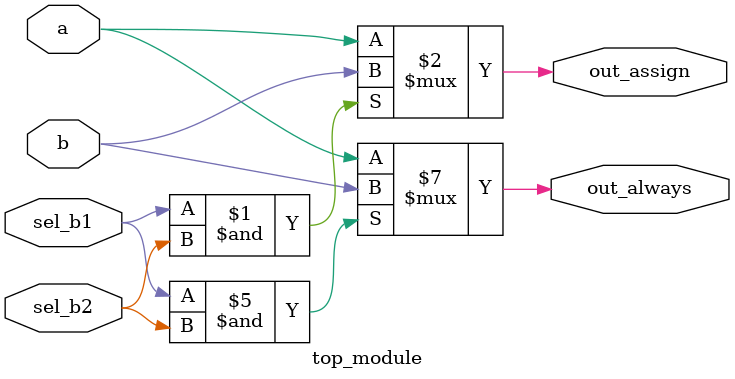
<source format=v>
module top_module(
    input a,
    input b,
    input sel_b1,
    input sel_b2,
    output wire out_assign,
    output reg out_always   ); 
    
    assign out_assign = (sel_b1 & sel_b2)? b: a; 
    always @(*) begin
        if (sel_b1 & sel_b2 ==1) begin
            out_always = b; 
        end
        else begin
            out_always = a; 
        end
    end

endmodule

</source>
